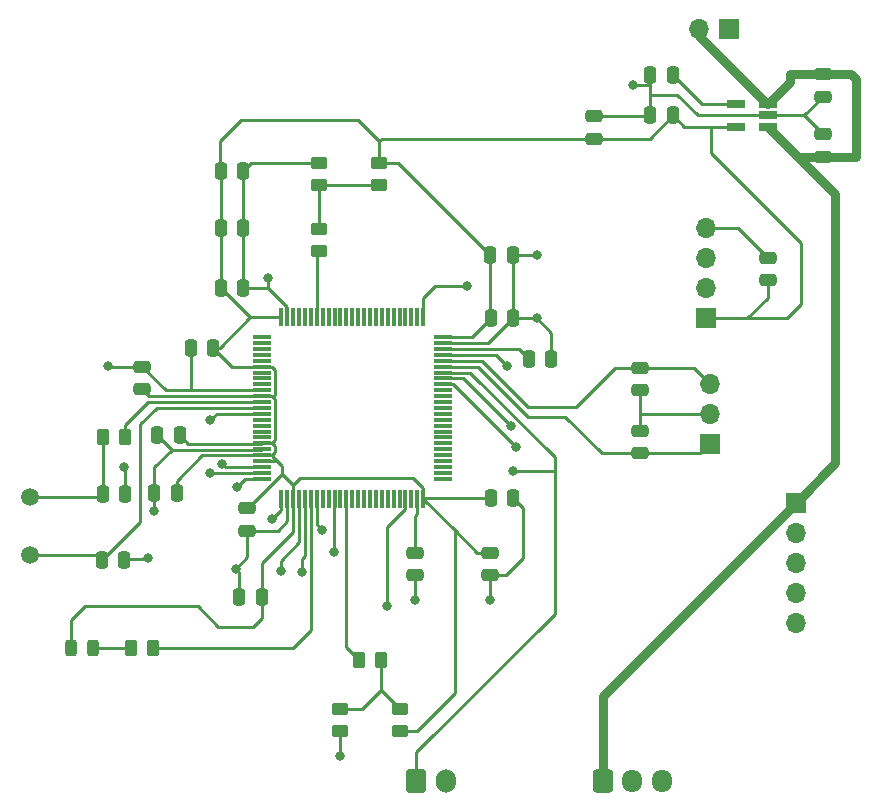
<source format=gtl>
G04 #@! TF.GenerationSoftware,KiCad,Pcbnew,(6.0.1)*
G04 #@! TF.CreationDate,2022-02-14T21:31:14+02:00*
G04 #@! TF.ProjectId,enlarger_timer,656e6c61-7267-4657-925f-74696d65722e,rev?*
G04 #@! TF.SameCoordinates,Original*
G04 #@! TF.FileFunction,Copper,L1,Top*
G04 #@! TF.FilePolarity,Positive*
%FSLAX46Y46*%
G04 Gerber Fmt 4.6, Leading zero omitted, Abs format (unit mm)*
G04 Created by KiCad (PCBNEW (6.0.1)) date 2022-02-14 21:31:14*
%MOMM*%
%LPD*%
G01*
G04 APERTURE LIST*
G04 Aperture macros list*
%AMRoundRect*
0 Rectangle with rounded corners*
0 $1 Rounding radius*
0 $2 $3 $4 $5 $6 $7 $8 $9 X,Y pos of 4 corners*
0 Add a 4 corners polygon primitive as box body*
4,1,4,$2,$3,$4,$5,$6,$7,$8,$9,$2,$3,0*
0 Add four circle primitives for the rounded corners*
1,1,$1+$1,$2,$3*
1,1,$1+$1,$4,$5*
1,1,$1+$1,$6,$7*
1,1,$1+$1,$8,$9*
0 Add four rect primitives between the rounded corners*
20,1,$1+$1,$2,$3,$4,$5,0*
20,1,$1+$1,$4,$5,$6,$7,0*
20,1,$1+$1,$6,$7,$8,$9,0*
20,1,$1+$1,$8,$9,$2,$3,0*%
G04 Aperture macros list end*
G04 #@! TA.AperFunction,ComponentPad*
%ADD10R,1.700000X1.700000*%
G04 #@! TD*
G04 #@! TA.AperFunction,ComponentPad*
%ADD11O,1.700000X1.700000*%
G04 #@! TD*
G04 #@! TA.AperFunction,ComponentPad*
%ADD12C,1.500000*%
G04 #@! TD*
G04 #@! TA.AperFunction,SMDPad,CuDef*
%ADD13RoundRect,0.075000X-0.725000X-0.075000X0.725000X-0.075000X0.725000X0.075000X-0.725000X0.075000X0*%
G04 #@! TD*
G04 #@! TA.AperFunction,SMDPad,CuDef*
%ADD14RoundRect,0.075000X-0.075000X-0.725000X0.075000X-0.725000X0.075000X0.725000X-0.075000X0.725000X0*%
G04 #@! TD*
G04 #@! TA.AperFunction,SMDPad,CuDef*
%ADD15RoundRect,0.250000X0.262500X0.450000X-0.262500X0.450000X-0.262500X-0.450000X0.262500X-0.450000X0*%
G04 #@! TD*
G04 #@! TA.AperFunction,SMDPad,CuDef*
%ADD16RoundRect,0.250000X0.450000X-0.262500X0.450000X0.262500X-0.450000X0.262500X-0.450000X-0.262500X0*%
G04 #@! TD*
G04 #@! TA.AperFunction,SMDPad,CuDef*
%ADD17RoundRect,0.250000X-0.262500X-0.450000X0.262500X-0.450000X0.262500X0.450000X-0.262500X0.450000X0*%
G04 #@! TD*
G04 #@! TA.AperFunction,SMDPad,CuDef*
%ADD18RoundRect,0.250000X-0.450000X0.262500X-0.450000X-0.262500X0.450000X-0.262500X0.450000X0.262500X0*%
G04 #@! TD*
G04 #@! TA.AperFunction,ComponentPad*
%ADD19RoundRect,0.250000X-0.600000X-0.750000X0.600000X-0.750000X0.600000X0.750000X-0.600000X0.750000X0*%
G04 #@! TD*
G04 #@! TA.AperFunction,ComponentPad*
%ADD20O,1.700000X2.000000*%
G04 #@! TD*
G04 #@! TA.AperFunction,ComponentPad*
%ADD21RoundRect,0.250000X-0.600000X-0.725000X0.600000X-0.725000X0.600000X0.725000X-0.600000X0.725000X0*%
G04 #@! TD*
G04 #@! TA.AperFunction,ComponentPad*
%ADD22O,1.700000X1.950000*%
G04 #@! TD*
G04 #@! TA.AperFunction,SMDPad,CuDef*
%ADD23R,1.560000X0.650000*%
G04 #@! TD*
G04 #@! TA.AperFunction,SMDPad,CuDef*
%ADD24RoundRect,0.243750X0.243750X0.456250X-0.243750X0.456250X-0.243750X-0.456250X0.243750X-0.456250X0*%
G04 #@! TD*
G04 #@! TA.AperFunction,SMDPad,CuDef*
%ADD25RoundRect,0.250000X-0.475000X0.250000X-0.475000X-0.250000X0.475000X-0.250000X0.475000X0.250000X0*%
G04 #@! TD*
G04 #@! TA.AperFunction,SMDPad,CuDef*
%ADD26RoundRect,0.250000X-0.250000X-0.475000X0.250000X-0.475000X0.250000X0.475000X-0.250000X0.475000X0*%
G04 #@! TD*
G04 #@! TA.AperFunction,SMDPad,CuDef*
%ADD27RoundRect,0.250000X0.475000X-0.250000X0.475000X0.250000X-0.475000X0.250000X-0.475000X-0.250000X0*%
G04 #@! TD*
G04 #@! TA.AperFunction,SMDPad,CuDef*
%ADD28RoundRect,0.250000X0.250000X0.475000X-0.250000X0.475000X-0.250000X-0.475000X0.250000X-0.475000X0*%
G04 #@! TD*
G04 #@! TA.AperFunction,ViaPad*
%ADD29C,0.800000*%
G04 #@! TD*
G04 #@! TA.AperFunction,Conductor*
%ADD30C,0.250000*%
G04 #@! TD*
G04 #@! TA.AperFunction,Conductor*
%ADD31C,0.800000*%
G04 #@! TD*
G04 APERTURE END LIST*
D10*
X183054600Y-88443000D03*
D11*
X183054600Y-85903000D03*
X183054600Y-83363000D03*
D10*
X184663000Y-53375000D03*
D11*
X182123000Y-53375000D03*
D12*
X125476000Y-92964000D03*
X125476000Y-97864000D03*
D13*
X145098000Y-79427000D03*
X145098000Y-79927000D03*
X145098000Y-80427000D03*
X145098000Y-80927000D03*
X145098000Y-81427000D03*
X145098000Y-81927000D03*
X145098000Y-82427000D03*
X145098000Y-82927000D03*
X145098000Y-83427000D03*
X145098000Y-83927000D03*
X145098000Y-84427000D03*
X145098000Y-84927000D03*
X145098000Y-85427000D03*
X145098000Y-85927000D03*
X145098000Y-86427000D03*
X145098000Y-86927000D03*
X145098000Y-87427000D03*
X145098000Y-87927000D03*
X145098000Y-88427000D03*
X145098000Y-88927000D03*
X145098000Y-89427000D03*
X145098000Y-89927000D03*
X145098000Y-90427000D03*
X145098000Y-90927000D03*
X145098000Y-91427000D03*
D14*
X146773000Y-93102000D03*
X147273000Y-93102000D03*
X147773000Y-93102000D03*
X148273000Y-93102000D03*
X148773000Y-93102000D03*
X149273000Y-93102000D03*
X149773000Y-93102000D03*
X150273000Y-93102000D03*
X150773000Y-93102000D03*
X151273000Y-93102000D03*
X151773000Y-93102000D03*
X152273000Y-93102000D03*
X152773000Y-93102000D03*
X153273000Y-93102000D03*
X153773000Y-93102000D03*
X154273000Y-93102000D03*
X154773000Y-93102000D03*
X155273000Y-93102000D03*
X155773000Y-93102000D03*
X156273000Y-93102000D03*
X156773000Y-93102000D03*
X157273000Y-93102000D03*
X157773000Y-93102000D03*
X158273000Y-93102000D03*
X158773000Y-93102000D03*
D13*
X160448000Y-91427000D03*
X160448000Y-90927000D03*
X160448000Y-90427000D03*
X160448000Y-89927000D03*
X160448000Y-89427000D03*
X160448000Y-88927000D03*
X160448000Y-88427000D03*
X160448000Y-87927000D03*
X160448000Y-87427000D03*
X160448000Y-86927000D03*
X160448000Y-86427000D03*
X160448000Y-85927000D03*
X160448000Y-85427000D03*
X160448000Y-84927000D03*
X160448000Y-84427000D03*
X160448000Y-83927000D03*
X160448000Y-83427000D03*
X160448000Y-82927000D03*
X160448000Y-82427000D03*
X160448000Y-81927000D03*
X160448000Y-81427000D03*
X160448000Y-80927000D03*
X160448000Y-80427000D03*
X160448000Y-79927000D03*
X160448000Y-79427000D03*
D14*
X158773000Y-77752000D03*
X158273000Y-77752000D03*
X157773000Y-77752000D03*
X157273000Y-77752000D03*
X156773000Y-77752000D03*
X156273000Y-77752000D03*
X155773000Y-77752000D03*
X155273000Y-77752000D03*
X154773000Y-77752000D03*
X154273000Y-77752000D03*
X153773000Y-77752000D03*
X153273000Y-77752000D03*
X152773000Y-77752000D03*
X152273000Y-77752000D03*
X151773000Y-77752000D03*
X151273000Y-77752000D03*
X150773000Y-77752000D03*
X150273000Y-77752000D03*
X149773000Y-77752000D03*
X149273000Y-77752000D03*
X148773000Y-77752000D03*
X148273000Y-77752000D03*
X147773000Y-77752000D03*
X147273000Y-77752000D03*
X146773000Y-77752000D03*
D15*
X135905500Y-105747000D03*
X134080500Y-105747000D03*
D16*
X151757000Y-112755500D03*
X151757000Y-110930500D03*
X156837000Y-112755500D03*
X156837000Y-110930500D03*
D17*
X153384500Y-106763000D03*
X155209500Y-106763000D03*
D15*
X133500500Y-87884000D03*
X131675500Y-87884000D03*
D16*
X149979000Y-72115500D03*
X149979000Y-70290500D03*
D18*
X149979000Y-64702500D03*
X149979000Y-66527500D03*
X155059000Y-64702500D03*
X155059000Y-66527500D03*
D19*
X158211200Y-117000000D03*
D20*
X160711200Y-117000000D03*
D21*
X174000000Y-117000000D03*
D22*
X176500000Y-117000000D03*
X179000000Y-117000000D03*
D10*
X190303000Y-93477000D03*
D11*
X190303000Y-96017000D03*
X190303000Y-98557000D03*
X190303000Y-101097000D03*
X190303000Y-103637000D03*
D10*
X182745000Y-77807000D03*
D11*
X182745000Y-75267000D03*
X182745000Y-72727000D03*
X182745000Y-70187000D03*
D23*
X187938400Y-61605200D03*
X187938400Y-60655200D03*
X187938400Y-59705200D03*
X185238400Y-59705200D03*
X185238400Y-61605200D03*
D24*
X130850500Y-105747000D03*
X128975500Y-105747000D03*
D25*
X177117200Y-87355600D03*
X177117200Y-89255600D03*
X177117200Y-82021600D03*
X177117200Y-83921600D03*
D26*
X164457000Y-72473000D03*
X166357000Y-72473000D03*
D27*
X173278800Y-62621200D03*
X173278800Y-60721200D03*
D28*
X179918400Y-60655200D03*
X178018400Y-60655200D03*
D25*
X164457000Y-97685000D03*
X164457000Y-99585000D03*
D27*
X187960000Y-74610000D03*
X187960000Y-72710000D03*
D28*
X145105200Y-101396800D03*
X143205200Y-101396800D03*
X179918400Y-57251600D03*
X178018400Y-57251600D03*
D27*
X134993000Y-83837000D03*
X134993000Y-81937000D03*
D28*
X136003900Y-92628800D03*
X137903900Y-92628800D03*
X138157900Y-87736800D03*
X136257900Y-87736800D03*
D26*
X141663000Y-75267000D03*
X143563000Y-75267000D03*
X164523000Y-77807000D03*
X166423000Y-77807000D03*
D27*
X192606000Y-64145200D03*
X192606000Y-62245200D03*
D26*
X164523000Y-93047000D03*
X166423000Y-93047000D03*
D25*
X192606000Y-57165200D03*
X192606000Y-59065200D03*
D28*
X141023000Y-80347000D03*
X139123000Y-80347000D03*
D26*
X141663000Y-65361000D03*
X143563000Y-65361000D03*
X141663000Y-70187000D03*
X143563000Y-70187000D03*
D25*
X143891000Y-93919000D03*
X143891000Y-95819000D03*
D26*
X131572000Y-98298000D03*
X133472000Y-98298000D03*
X167721200Y-81280000D03*
X169621200Y-81280000D03*
D25*
X158107000Y-97685000D03*
X158107000Y-99585000D03*
D26*
X131638000Y-92710000D03*
X133538000Y-92710000D03*
D29*
X176530000Y-58115200D03*
X142900400Y-99060000D03*
X140766800Y-86461600D03*
X135483600Y-98145600D03*
X166420800Y-90779600D03*
X166624000Y-88747600D03*
X166217600Y-86969600D03*
X162458400Y-75082400D03*
X146710400Y-99263200D03*
X145999200Y-94843600D03*
X143002000Y-92151200D03*
X141782800Y-90151500D03*
X140716000Y-90932000D03*
X165912800Y-81889600D03*
X145669000Y-74422000D03*
X132080000Y-81915000D03*
X168402000Y-77851000D03*
X168402000Y-72517000D03*
X135945900Y-94130800D03*
X133477000Y-90424000D03*
X150241000Y-95758000D03*
X151257000Y-97663000D03*
X148548500Y-99314000D03*
X155702000Y-102235000D03*
X158115000Y-101727000D03*
X164465000Y-101727000D03*
X151765000Y-114935000D03*
D30*
X156837000Y-112755500D02*
X158262500Y-112755500D01*
X158262500Y-112755500D02*
X161460500Y-109557500D01*
X161460500Y-109557500D02*
X161460500Y-95789500D01*
D31*
X187938400Y-59705200D02*
X187863119Y-59705200D01*
X187863119Y-59705200D02*
X182123000Y-53965081D01*
X182123000Y-53965081D02*
X182123000Y-53375000D01*
X174000000Y-117000000D02*
X174000000Y-109780000D01*
X174000000Y-109780000D02*
X190303000Y-93477000D01*
X193667000Y-67333800D02*
X190478400Y-64145200D01*
D30*
X187938400Y-60655200D02*
X191016000Y-60655200D01*
D31*
X187938400Y-61605200D02*
X190478400Y-64145200D01*
X190478400Y-64145200D02*
X192606000Y-64145200D01*
X189798000Y-57165200D02*
X189798000Y-57845600D01*
X189798000Y-57845600D02*
X187938400Y-59705200D01*
D30*
X147773000Y-91937406D02*
X148321206Y-91389200D01*
X158773000Y-92236994D02*
X158773000Y-93102000D01*
X148321206Y-91389200D02*
X157925206Y-91389200D01*
X157925206Y-91389200D02*
X158773000Y-92236994D01*
X147773000Y-93102000D02*
X147773000Y-91937406D01*
X147773000Y-91937406D02*
X146862800Y-91027206D01*
X145979000Y-89427000D02*
X145979000Y-89489400D01*
X145979000Y-89489400D02*
X146416600Y-89927000D01*
X178018400Y-58115200D02*
X178018400Y-58638400D01*
X178018400Y-58638400D02*
X178018400Y-58892400D01*
X178018400Y-57251600D02*
X178018400Y-58638400D01*
X178018400Y-58892400D02*
X178018400Y-60655200D01*
X182067200Y-60655200D02*
X180304400Y-58892400D01*
X187938400Y-60655200D02*
X182067200Y-60655200D01*
X180304400Y-58892400D02*
X178018400Y-58892400D01*
D31*
X193667000Y-90113000D02*
X193667000Y-67333800D01*
D30*
X179918400Y-57251600D02*
X182372000Y-59705200D01*
X182372000Y-59705200D02*
X185238400Y-59705200D01*
X190754000Y-71475600D02*
X190601600Y-71323200D01*
X183133600Y-61605200D02*
X183133600Y-63855200D01*
X183133600Y-63855200D02*
X190601600Y-71323200D01*
X178018400Y-58115200D02*
X176530000Y-58115200D01*
X173278800Y-60721200D02*
X177952400Y-60721200D01*
X177952400Y-60721200D02*
X178018400Y-60655200D01*
X173278800Y-62621200D02*
X155258800Y-62621200D01*
X155258800Y-62621200D02*
X155059000Y-62821000D01*
X179918400Y-60655200D02*
X177952400Y-62621200D01*
X177952400Y-62621200D02*
X173278800Y-62621200D01*
X182242000Y-89255600D02*
X183054600Y-88443000D01*
X170789600Y-86156800D02*
X173888400Y-89255600D01*
X173888400Y-89255600D02*
X177117200Y-89255600D01*
X160448000Y-81427000D02*
X163723000Y-81427000D01*
X163723000Y-81427000D02*
X167640000Y-85344000D01*
X175026400Y-82021600D02*
X177117200Y-82021600D01*
X167640000Y-85344000D02*
X171704000Y-85344000D01*
X171704000Y-85344000D02*
X175026400Y-82021600D01*
X169926000Y-90830400D02*
X169926000Y-102870000D01*
X158211200Y-117000000D02*
X158211200Y-114584800D01*
X158211200Y-114584800D02*
X169926000Y-102870000D01*
X158773000Y-77752000D02*
X158773000Y-76126200D01*
X158773000Y-76126200D02*
X159816800Y-75082400D01*
X159816800Y-75082400D02*
X162458400Y-75082400D01*
X143205200Y-101396800D02*
X143205200Y-99364800D01*
X143205200Y-99364800D02*
X142900400Y-99060000D01*
X143891000Y-98069400D02*
X142900400Y-99060000D01*
X143891000Y-97790000D02*
X143891000Y-98069400D01*
X141023000Y-80347000D02*
X141553000Y-80347000D01*
X141553000Y-80347000D02*
X144148000Y-77752000D01*
X145098000Y-84427000D02*
X145963006Y-84427000D01*
X145963006Y-84427000D02*
X146222520Y-84686514D01*
X146222520Y-84686514D02*
X146222520Y-88167486D01*
X146222520Y-88167486D02*
X145963006Y-88427000D01*
X145963006Y-88427000D02*
X145098000Y-88427000D01*
X145098000Y-81927000D02*
X145963006Y-81927000D01*
X145963006Y-81927000D02*
X146222520Y-82186514D01*
X146163984Y-84427000D02*
X145098000Y-84427000D01*
X146222520Y-82186514D02*
X146222520Y-84368464D01*
X146222520Y-84368464D02*
X146163984Y-84427000D01*
X140766800Y-86461600D02*
X141301400Y-85927000D01*
X141301400Y-85927000D02*
X145098000Y-85927000D01*
X135905500Y-105747000D02*
X147745000Y-105747000D01*
X147745000Y-105747000D02*
X149273000Y-104219000D01*
X149273000Y-104219000D02*
X149273000Y-93102000D01*
X128975500Y-105747000D02*
X128975500Y-103382500D01*
X139681400Y-102191000D02*
X141427200Y-103936800D01*
X128975500Y-103382500D02*
X130167000Y-102191000D01*
X130167000Y-102191000D02*
X139681400Y-102191000D01*
X141427200Y-103936800D02*
X144373600Y-103936800D01*
X144373600Y-103936800D02*
X145105200Y-103205200D01*
X145105200Y-103205200D02*
X145105200Y-101396800D01*
X135397200Y-98232000D02*
X135483600Y-98145600D01*
X133538000Y-98232000D02*
X135397200Y-98232000D01*
X134823200Y-95046800D02*
X134823200Y-86817200D01*
X131572000Y-98298000D02*
X134823200Y-95046800D01*
X134823200Y-86817200D02*
X136213400Y-85427000D01*
X136213400Y-85427000D02*
X145098000Y-85427000D01*
X183133600Y-61605200D02*
X180868400Y-61605200D01*
X185238400Y-61605200D02*
X183133600Y-61605200D01*
X180868400Y-61605200D02*
X179918400Y-60655200D01*
X155059000Y-64702500D02*
X156686500Y-64702500D01*
X156686500Y-64702500D02*
X164457000Y-72473000D01*
X182745000Y-77807000D02*
X189567000Y-77807000D01*
X189567000Y-77807000D02*
X190754000Y-76620000D01*
X190754000Y-76620000D02*
X190754000Y-71475600D01*
X169926000Y-89611200D02*
X169926000Y-90830400D01*
X166420800Y-90779600D02*
X169875200Y-90779600D01*
X169875200Y-90779600D02*
X169926000Y-90830400D01*
X166624000Y-88737994D02*
X166624000Y-88747600D01*
X161313006Y-83427000D02*
X166624000Y-88737994D01*
X160448000Y-83427000D02*
X161313006Y-83427000D01*
X160448000Y-82927000D02*
X162175000Y-82927000D01*
X162175000Y-82927000D02*
X166217600Y-86969600D01*
X160448000Y-82427000D02*
X162741800Y-82427000D01*
X162741800Y-82427000D02*
X169926000Y-89611200D01*
X146445000Y-95819000D02*
X147273000Y-94991000D01*
X147273000Y-94991000D02*
X147273000Y-93102000D01*
X145105200Y-98582400D02*
X147777200Y-95910400D01*
X145105200Y-101396800D02*
X145105200Y-98582400D01*
X147777200Y-95910400D02*
X147777200Y-93106200D01*
X147777200Y-93106200D02*
X147773000Y-93102000D01*
X146710400Y-98348800D02*
X146710400Y-99263200D01*
X148273000Y-93102000D02*
X148273000Y-96786200D01*
X148273000Y-96786200D02*
X146710400Y-98348800D01*
X148773000Y-93102000D02*
X148773000Y-97962600D01*
X148773000Y-97962600D02*
X148548500Y-98187100D01*
X148548500Y-98187100D02*
X148548500Y-99314000D01*
X146773000Y-93102000D02*
X146773000Y-94069800D01*
X146773000Y-94069800D02*
X145999200Y-94843600D01*
X145098000Y-91427000D02*
X143726200Y-91427000D01*
X143726200Y-91427000D02*
X143002000Y-92151200D01*
X145098000Y-90427000D02*
X142058300Y-90427000D01*
X142058300Y-90427000D02*
X141782800Y-90151500D01*
X145098000Y-90927000D02*
X140721000Y-90927000D01*
X140721000Y-90927000D02*
X140716000Y-90932000D01*
X146416600Y-89927000D02*
X146862800Y-90373200D01*
X145098000Y-89927000D02*
X146416600Y-89927000D01*
X146862800Y-90373200D02*
X146862800Y-91027206D01*
X146862800Y-91027206D02*
X143971006Y-93919000D01*
X143971006Y-93919000D02*
X143891000Y-93919000D01*
X145098000Y-89427000D02*
X140089700Y-89427000D01*
X140089700Y-89427000D02*
X137903900Y-91612800D01*
X137903900Y-91612800D02*
X137903900Y-92628800D01*
X137471900Y-88950800D02*
X145074200Y-88950800D01*
X145074200Y-88950800D02*
X145098000Y-88927000D01*
X138157900Y-87736800D02*
X138871900Y-88450800D01*
X138871900Y-88450800D02*
X145074200Y-88450800D01*
X145074200Y-88450800D02*
X145098000Y-88427000D01*
X160448000Y-81927000D02*
X163410200Y-81927000D01*
X163410200Y-81927000D02*
X167640000Y-86156800D01*
X167640000Y-86156800D02*
X170789600Y-86156800D01*
X160448000Y-80927000D02*
X164950200Y-80927000D01*
X164950200Y-80927000D02*
X165912800Y-81889600D01*
X182242000Y-89255600D02*
X177117200Y-89255600D01*
X183054600Y-83363000D02*
X181713200Y-82021600D01*
X181713200Y-82021600D02*
X177117200Y-82021600D01*
X177117200Y-83921600D02*
X177117200Y-86019600D01*
X177117200Y-86019600D02*
X177117200Y-87355600D01*
X183054600Y-85903000D02*
X177233800Y-85903000D01*
X169621200Y-81280000D02*
X169621200Y-79070200D01*
X169621200Y-79070200D02*
X168402000Y-77851000D01*
X160448000Y-80427000D02*
X166868200Y-80427000D01*
X166868200Y-80427000D02*
X167721200Y-81280000D01*
X145653006Y-74437994D02*
X145669000Y-74422000D01*
X145653006Y-75267000D02*
X145653006Y-74437994D01*
X132102000Y-81937000D02*
X132080000Y-81915000D01*
X134993000Y-81937000D02*
X132102000Y-81937000D01*
X168358000Y-77807000D02*
X168402000Y-77851000D01*
X166423000Y-77807000D02*
X168358000Y-77807000D01*
X168358000Y-72473000D02*
X168402000Y-72517000D01*
X166357000Y-72473000D02*
X168358000Y-72473000D01*
X143891000Y-95819000D02*
X143891000Y-97790000D01*
X136003900Y-94072800D02*
X135945900Y-94130800D01*
X136003900Y-92628800D02*
X136003900Y-94072800D01*
X133538000Y-90485000D02*
X133477000Y-90424000D01*
X133538000Y-92710000D02*
X133538000Y-90485000D01*
X149773000Y-95290000D02*
X149773000Y-93102000D01*
X150241000Y-95758000D02*
X149773000Y-95290000D01*
X151257000Y-95123000D02*
X151257000Y-97409000D01*
X151257000Y-97409000D02*
X151257000Y-97663000D01*
X151257000Y-95123000D02*
X151257000Y-93118000D01*
X151257000Y-93118000D02*
X151273000Y-93102000D01*
X155702000Y-95538006D02*
X157273000Y-93967006D01*
X157273000Y-93967006D02*
X157273000Y-93102000D01*
X155702000Y-102235000D02*
X155702000Y-95538006D01*
X158107000Y-101719000D02*
X158115000Y-101727000D01*
X158107000Y-99585000D02*
X158107000Y-101719000D01*
X164457000Y-101719000D02*
X164465000Y-101727000D01*
X164457000Y-99585000D02*
X164457000Y-101719000D01*
X143891000Y-95819000D02*
X146445000Y-95819000D01*
X151757000Y-114927000D02*
X151765000Y-114935000D01*
X151757000Y-112755500D02*
X151757000Y-114927000D01*
D31*
X193667000Y-90113000D02*
X190303000Y-93477000D01*
D30*
X187960000Y-74610000D02*
X187960000Y-76082000D01*
X187960000Y-76082000D02*
X186235000Y-77807000D01*
X182745000Y-70187000D02*
X185437000Y-70187000D01*
X185437000Y-70187000D02*
X187960000Y-72710000D01*
D31*
X189798000Y-57165200D02*
X192606000Y-57165200D01*
D30*
X135473000Y-84927000D02*
X145098000Y-84927000D01*
X133500500Y-87884000D02*
X133500500Y-86899500D01*
X133500500Y-86899500D02*
X135473000Y-84927000D01*
X167251000Y-93875000D02*
X167251000Y-98127000D01*
X166423000Y-93047000D02*
X167251000Y-93875000D01*
X167251000Y-98127000D02*
X165793000Y-99585000D01*
X165793000Y-99585000D02*
X164457000Y-99585000D01*
X143563000Y-65361000D02*
X144221500Y-64702500D01*
X144221500Y-64702500D02*
X149979000Y-64702500D01*
X143375000Y-61043000D02*
X141597000Y-62821000D01*
X141597000Y-65295000D02*
X141663000Y-65361000D01*
X153281000Y-61043000D02*
X143375000Y-61043000D01*
X155059000Y-64702500D02*
X155059000Y-62821000D01*
X155059000Y-62821000D02*
X153281000Y-61043000D01*
X141597000Y-62821000D02*
X141597000Y-65295000D01*
X149979000Y-66527500D02*
X155059000Y-66527500D01*
X149979000Y-70290500D02*
X149979000Y-66527500D01*
X149979000Y-72115500D02*
X149773000Y-72321500D01*
X149773000Y-72321500D02*
X149773000Y-77752000D01*
X143563000Y-65361000D02*
X143563000Y-70187000D01*
X141663000Y-65361000D02*
X141663000Y-70187000D01*
D31*
X195400000Y-64211200D02*
X195400000Y-57607200D01*
X192606000Y-64145200D02*
X192632402Y-64145200D01*
X192632402Y-64145200D02*
X192698402Y-64211200D01*
X195400000Y-57607200D02*
X194958000Y-57165200D01*
X192698402Y-64211200D02*
X195400000Y-64211200D01*
X194958000Y-57165200D02*
X192606000Y-57165200D01*
D30*
X192606000Y-62245200D02*
X191016000Y-60655200D01*
X191016000Y-60655200D02*
X192606000Y-59065200D01*
X186235000Y-77807000D02*
X182745000Y-77807000D01*
X158773000Y-93102000D02*
X161460500Y-95789500D01*
X161460500Y-95789500D02*
X163356000Y-97685000D01*
X151757000Y-110930500D02*
X153582000Y-110930500D01*
X153582000Y-110930500D02*
X155209500Y-109303000D01*
X155209500Y-106763000D02*
X155209500Y-109303000D01*
X155209500Y-109303000D02*
X156837000Y-110930500D01*
X153384500Y-106763000D02*
X152273000Y-105651500D01*
X152273000Y-105651500D02*
X152273000Y-93102000D01*
X130850500Y-105747000D02*
X134080500Y-105747000D01*
X131675500Y-87884000D02*
X131675500Y-92672500D01*
X131675500Y-92672500D02*
X131638000Y-92710000D01*
X133538000Y-98232000D02*
X133472000Y-98298000D01*
X125476000Y-97864000D02*
X131138000Y-97864000D01*
X131138000Y-97864000D02*
X131572000Y-98298000D01*
X125476000Y-92964000D02*
X131384000Y-92964000D01*
X131384000Y-92964000D02*
X131638000Y-92710000D01*
X166357000Y-72473000D02*
X166357000Y-77741000D01*
X166357000Y-77741000D02*
X166423000Y-77807000D01*
X164457000Y-72473000D02*
X164457000Y-77741000D01*
X164457000Y-77741000D02*
X164523000Y-77807000D01*
X160448000Y-79927000D02*
X164303000Y-79927000D01*
X164303000Y-79927000D02*
X166423000Y-77807000D01*
X164523000Y-77807000D02*
X162877520Y-79452480D01*
X162877520Y-79452480D02*
X160473480Y-79452480D01*
X160473480Y-79452480D02*
X160448000Y-79427000D01*
X164523000Y-93047000D02*
X158828000Y-93047000D01*
X158828000Y-93047000D02*
X158773000Y-93102000D01*
X163356000Y-97685000D02*
X164457000Y-97685000D01*
X158107000Y-97685000D02*
X158107000Y-94571000D01*
X158107000Y-94571000D02*
X158273000Y-94405000D01*
X158273000Y-94405000D02*
X158273000Y-93102000D01*
X136003900Y-92628800D02*
X136003900Y-90418800D01*
X136003900Y-90418800D02*
X137471900Y-88950800D01*
X137471900Y-88950800D02*
X136257900Y-87736800D01*
X145963006Y-88427000D02*
X146222520Y-88686514D01*
X146222520Y-88686514D02*
X146222520Y-89183480D01*
X146222520Y-89183480D02*
X145979000Y-89427000D01*
X145979000Y-89427000D02*
X145098000Y-89427000D01*
X143563000Y-70187000D02*
X143563000Y-75267000D01*
X141663000Y-70187000D02*
X141663000Y-75267000D01*
X141663000Y-75267000D02*
X144148000Y-77752000D01*
X144148000Y-77752000D02*
X146773000Y-77752000D01*
X143563000Y-75267000D02*
X145653006Y-75267000D01*
X145653006Y-75267000D02*
X147273000Y-76886994D01*
X147273000Y-76886994D02*
X147273000Y-77752000D01*
X136983000Y-83927000D02*
X139033000Y-83927000D01*
X139033000Y-83927000D02*
X145098000Y-83927000D01*
X139123000Y-80347000D02*
X139123000Y-83837000D01*
X139123000Y-83837000D02*
X139033000Y-83927000D01*
X134993000Y-81937000D02*
X136983000Y-83927000D01*
X134993000Y-83837000D02*
X135583000Y-84427000D01*
X135583000Y-84427000D02*
X145098000Y-84427000D01*
X141023000Y-80347000D02*
X142603000Y-81927000D01*
X142603000Y-81927000D02*
X145098000Y-81927000D01*
M02*

</source>
